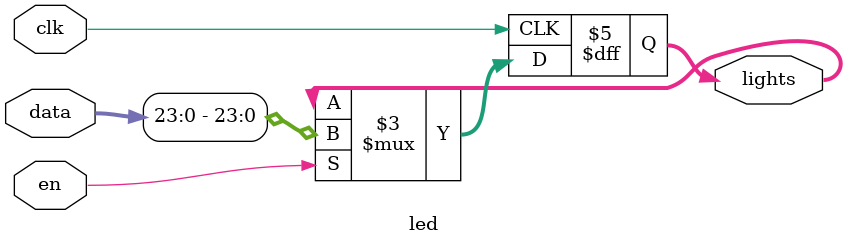
<source format=v>
module led (
    input clk,
    input [31:0] data,
    input en,
    output reg [23:0] lights
);
    always @(posedge clk) begin
        if (en) lights <= data[23:0];
        else lights <= lights;
    end
endmodule
</source>
